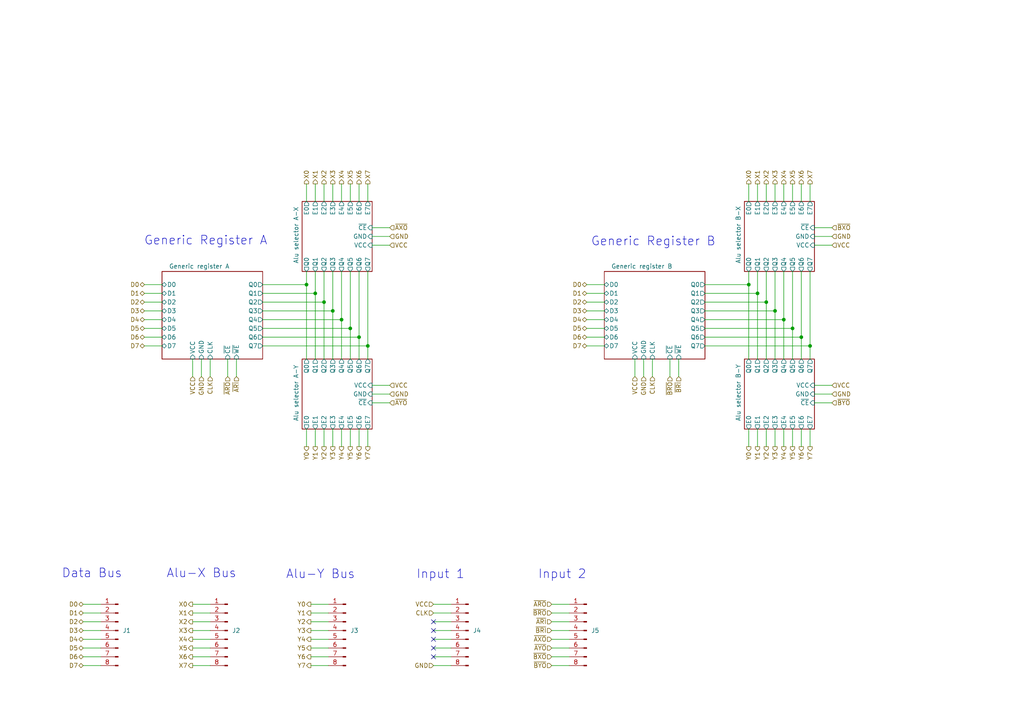
<source format=kicad_sch>
(kicad_sch (version 20250114) (generator "eeschema") (generator_version "9.0")
  (paper "A4")
  (title_block (title "Generic Registers") (date "2025-11-22") (rev "1.1") (company "Marco Vettigli"))
  (lib_symbols
    (symbol "Connector:Conn_01x08_Pin" (pin_names (offset 1.016) (hide yes))
      (property "Reference" "J" (at 0 10.16 0))
      (property "Value" "Conn_01x08_Pin" (at 0 -12.7 0))
      (symbol "Conn_01x08_Pin_1_1"
        (rectangle (start 0.8636 7.747) (end 0 7.493) (stroke (width 0.1524)) (fill (type outline)))
        (rectangle (start 0.8636 5.207) (end 0 4.953) (stroke (width 0.1524)) (fill (type outline)))
        (rectangle (start 0.8636 2.667) (end 0 2.413) (stroke (width 0.1524)) (fill (type outline)))
        (rectangle (start 0.8636 0.127) (end 0 -0.127) (stroke (width 0.1524)) (fill (type outline)))
        (rectangle (start 0.8636 -2.413) (end 0 -2.667) (stroke (width 0.1524)) (fill (type outline)))
        (rectangle (start 0.8636 -4.953) (end 0 -5.207) (stroke (width 0.1524)) (fill (type outline)))
        (rectangle (start 0.8636 -7.493) (end 0 -7.747) (stroke (width 0.1524)) (fill (type outline)))
        (rectangle (start 0.8636 -10.033) (end 0 -10.287) (stroke (width 0.1524)) (fill (type outline)))
        (polyline (pts (xy 1.27 7.62) (xy 0.8636 7.62)) (stroke (width 0.1524)))
        (polyline (pts (xy 1.27 5.08) (xy 0.8636 5.08)) (stroke (width 0.1524)))
        (polyline (pts (xy 1.27 2.54) (xy 0.8636 2.54)) (stroke (width 0.1524)))
        (polyline (pts (xy 1.27 0) (xy 0.8636 0)) (stroke (width 0.1524)))
        (polyline (pts (xy 1.27 -2.54) (xy 0.8636 -2.54)) (stroke (width 0.1524)))
        (polyline (pts (xy 1.27 -5.08) (xy 0.8636 -5.08)) (stroke (width 0.1524)))
        (polyline (pts (xy 1.27 -7.62) (xy 0.8636 -7.62)) (stroke (width 0.1524)))
        (polyline (pts (xy 1.27 -10.16) (xy 0.8636 -10.16)) (stroke (width 0.1524)))
        (pin passive line (at 5.08 7.62 180) (length 3.81) (name "Pin_1") (number "1"))
        (pin passive line (at 5.08 5.08 180) (length 3.81) (name "Pin_2") (number "2"))
        (pin passive line (at 5.08 2.54 180) (length 3.81) (name "Pin_3") (number "3"))
        (pin passive line (at 5.08 0 180) (length 3.81) (name "Pin_4") (number "4"))
        (pin passive line (at 5.08 -2.54 180) (length 3.81) (name "Pin_5") (number "5"))
        (pin passive line (at 5.08 -5.08 180) (length 3.81) (name "Pin_6") (number "6"))
        (pin passive line (at 5.08 -7.62 180) (length 3.81) (name "Pin_7") (number "7"))
        (pin passive line (at 5.08 -10.16 180) (length 3.81) (name "Pin_8") (number "8"))
      )
    )
  )
  (text "Generic Register A" (at 59.69 69.85 0) (effects (font (size 2.54 2.54))))
  (text "Input 2" (at 163.068 166.624 0) (effects (font (size 2.54 2.54))))
  (text "Alu-X Bus" (at 58.42 166.37 0) (effects (font (size 2.54 2.54))))
  (text "Alu-Y Bus" (at 92.964 166.624 0) (effects (font (size 2.54 2.54))))
  (text "Input 1" (at 127.762 166.624 0) (effects (font (size 2.54 2.54))))
  (text "Data Bus" (at 26.67 166.37 0) (effects (font (size 2.54 2.54))))
  (text "Generic Register B" (at 189.484 70.104 0) (effects (font (size 2.54 2.54))))
  (junction (at 93.98 87.63))
  (junction (at 96.52 90.17))
  (junction (at 222.25 87.63))
  (junction (at 232.41 97.79))
  (junction (at 101.6 95.25))
  (junction (at 106.68 100.33))
  (junction (at 224.79 90.17))
  (junction (at 217.17 82.55))
  (junction (at 219.71 85.09))
  (junction (at 227.33 92.71))
  (junction (at 91.44 85.09))
  (junction (at 104.14 97.79))
  (junction (at 99.06 92.71))
  (junction (at 229.87 95.25))
  (junction (at 234.95 100.33))
  (junction (at 88.9 82.55))
  (no_connect (at 125.73 187.96))
  (no_connect (at 125.73 182.88))
  (no_connect (at 125.73 190.5))
  (no_connect (at 125.73 185.42))
  (no_connect (at 125.73 180.34))
  (wire (pts (xy 96.52 78.74) (xy 96.52 90.17)))
  (wire (pts (xy 204.47 82.55) (xy 217.17 82.55)))
  (wire (pts (xy 160.02 182.88) (xy 165.1 182.88)))
  (wire (pts (xy 60.96 187.96) (xy 55.88 187.96)))
  (wire (pts (xy 29.21 190.5) (xy 24.13 190.5)))
  (wire (pts (xy 125.73 182.88) (xy 130.81 182.88)))
  (wire (pts (xy 125.73 177.8) (xy 130.81 177.8)))
  (wire (pts (xy 60.96 185.42) (xy 55.88 185.42)))
  (wire (pts (xy 222.25 87.63) (xy 222.25 104.14)))
  (wire (pts (xy 217.17 82.55) (xy 217.17 104.14)))
  (wire (pts (xy 224.79 90.17) (xy 224.79 104.14)))
  (wire (pts (xy 96.52 129.54) (xy 96.52 124.46)))
  (wire (pts (xy 104.14 97.79) (xy 104.14 104.14)))
  (wire (pts (xy 76.2 100.33) (xy 106.68 100.33)))
  (wire (pts (xy 229.87 53.34) (xy 229.87 58.42)))
  (wire (pts (xy 227.33 92.71) (xy 227.33 104.14)))
  (wire (pts (xy 95.25 193.04) (xy 90.17 193.04)))
  (wire (pts (xy 88.9 78.74) (xy 88.9 82.55)))
  (wire (pts (xy 60.96 177.8) (xy 55.88 177.8)))
  (wire (pts (xy 196.85 104.14) (xy 196.85 109.22)))
  (wire (pts (xy 101.6 129.54) (xy 101.6 124.46)))
  (wire (pts (xy 236.22 116.84) (xy 241.3 116.84)))
  (wire (pts (xy 93.98 78.74) (xy 93.98 87.63)))
  (wire (pts (xy 76.2 95.25) (xy 101.6 95.25)))
  (wire (pts (xy 60.96 190.5) (xy 55.88 190.5)))
  (wire (pts (xy 236.22 66.04) (xy 241.3 66.04)))
  (wire (pts (xy 107.95 114.3) (xy 113.03 114.3)))
  (wire (pts (xy 29.21 182.88) (xy 24.13 182.88)))
  (wire (pts (xy 101.6 53.34) (xy 101.6 58.42)))
  (wire (pts (xy 175.26 85.09) (xy 170.18 85.09)))
  (wire (pts (xy 46.99 97.79) (xy 41.91 97.79)))
  (wire (pts (xy 175.26 82.55) (xy 170.18 82.55)))
  (wire (pts (xy 88.9 53.34) (xy 88.9 58.42)))
  (wire (pts (xy 236.22 71.12) (xy 241.3 71.12)))
  (wire (pts (xy 29.21 180.34) (xy 24.13 180.34)))
  (wire (pts (xy 88.9 129.54) (xy 88.9 124.46)))
  (wire (pts (xy 95.25 190.5) (xy 90.17 190.5)))
  (wire (pts (xy 29.21 185.42) (xy 24.13 185.42)))
  (wire (pts (xy 60.96 175.26) (xy 55.88 175.26)))
  (wire (pts (xy 60.96 180.34) (xy 55.88 180.34)))
  (wire (pts (xy 217.17 78.74) (xy 217.17 82.55)))
  (wire (pts (xy 104.14 78.74) (xy 104.14 97.79)))
  (wire (pts (xy 175.26 87.63) (xy 170.18 87.63)))
  (wire (pts (xy 125.73 193.04) (xy 130.81 193.04)))
  (wire (pts (xy 189.23 104.14) (xy 189.23 109.22)))
  (wire (pts (xy 125.73 180.34) (xy 130.81 180.34)))
  (wire (pts (xy 76.2 97.79) (xy 104.14 97.79)))
  (wire (pts (xy 160.02 185.42) (xy 165.1 185.42)))
  (wire (pts (xy 76.2 85.09) (xy 91.44 85.09)))
  (wire (pts (xy 107.95 116.84) (xy 113.03 116.84)))
  (wire (pts (xy 46.99 92.71) (xy 41.91 92.71)))
  (wire (pts (xy 229.87 78.74) (xy 229.87 95.25)))
  (wire (pts (xy 160.02 187.96) (xy 165.1 187.96)))
  (wire (pts (xy 76.2 90.17) (xy 96.52 90.17)))
  (wire (pts (xy 160.02 190.5) (xy 165.1 190.5)))
  (wire (pts (xy 219.71 85.09) (xy 219.71 104.14)))
  (wire (pts (xy 96.52 53.34) (xy 96.52 58.42)))
  (wire (pts (xy 160.02 180.34) (xy 165.1 180.34)))
  (wire (pts (xy 222.25 129.54) (xy 222.25 124.46)))
  (wire (pts (xy 66.04 104.14) (xy 66.04 109.22)))
  (wire (pts (xy 104.14 53.34) (xy 104.14 58.42)))
  (wire (pts (xy 232.41 78.74) (xy 232.41 97.79)))
  (wire (pts (xy 229.87 95.25) (xy 229.87 104.14)))
  (wire (pts (xy 106.68 100.33) (xy 106.68 104.14)))
  (wire (pts (xy 99.06 78.74) (xy 99.06 92.71)))
  (wire (pts (xy 236.22 68.58) (xy 241.3 68.58)))
  (wire (pts (xy 76.2 92.71) (xy 99.06 92.71)))
  (wire (pts (xy 88.9 82.55) (xy 88.9 104.14)))
  (wire (pts (xy 222.25 53.34) (xy 222.25 58.42)))
  (wire (pts (xy 46.99 90.17) (xy 41.91 90.17)))
  (wire (pts (xy 106.68 78.74) (xy 106.68 100.33)))
  (wire (pts (xy 93.98 87.63) (xy 93.98 104.14)))
  (wire (pts (xy 101.6 95.25) (xy 101.6 104.14)))
  (wire (pts (xy 232.41 53.34) (xy 232.41 58.42)))
  (wire (pts (xy 204.47 92.71) (xy 227.33 92.71)))
  (wire (pts (xy 224.79 129.54) (xy 224.79 124.46)))
  (wire (pts (xy 236.22 114.3) (xy 241.3 114.3)))
  (wire (pts (xy 217.17 53.34) (xy 217.17 58.42)))
  (wire (pts (xy 76.2 87.63) (xy 93.98 87.63)))
  (wire (pts (xy 60.96 104.14) (xy 60.96 109.22)))
  (wire (pts (xy 46.99 100.33) (xy 41.91 100.33)))
  (wire (pts (xy 91.44 78.74) (xy 91.44 85.09)))
  (wire (pts (xy 55.88 104.14) (xy 55.88 109.22)))
  (wire (pts (xy 60.96 193.04) (xy 55.88 193.04)))
  (wire (pts (xy 29.21 175.26) (xy 24.13 175.26)))
  (wire (pts (xy 46.99 85.09) (xy 41.91 85.09)))
  (wire (pts (xy 68.58 104.14) (xy 68.58 109.22)))
  (wire (pts (xy 125.73 190.5) (xy 130.81 190.5)))
  (wire (pts (xy 106.68 129.54) (xy 106.68 124.46)))
  (wire (pts (xy 204.47 97.79) (xy 232.41 97.79)))
  (wire (pts (xy 95.25 187.96) (xy 90.17 187.96)))
  (wire (pts (xy 29.21 187.96) (xy 24.13 187.96)))
  (wire (pts (xy 232.41 129.54) (xy 232.41 124.46)))
  (wire (pts (xy 224.79 78.74) (xy 224.79 90.17)))
  (wire (pts (xy 175.26 92.71) (xy 170.18 92.71)))
  (wire (pts (xy 91.44 129.54) (xy 91.44 124.46)))
  (wire (pts (xy 204.47 95.25) (xy 229.87 95.25)))
  (wire (pts (xy 99.06 129.54) (xy 99.06 124.46)))
  (wire (pts (xy 107.95 71.12) (xy 113.03 71.12)))
  (wire (pts (xy 217.17 129.54) (xy 217.17 124.46)))
  (wire (pts (xy 204.47 87.63) (xy 222.25 87.63)))
  (wire (pts (xy 93.98 53.34) (xy 93.98 58.42)))
  (wire (pts (xy 106.68 53.34) (xy 106.68 58.42)))
  (wire (pts (xy 194.31 104.14) (xy 194.31 109.22)))
  (wire (pts (xy 99.06 92.71) (xy 99.06 104.14)))
  (wire (pts (xy 227.33 78.74) (xy 227.33 92.71)))
  (wire (pts (xy 125.73 175.26) (xy 130.81 175.26)))
  (wire (pts (xy 95.25 177.8) (xy 90.17 177.8)))
  (wire (pts (xy 219.71 53.34) (xy 219.71 58.42)))
  (wire (pts (xy 107.95 68.58) (xy 113.03 68.58)))
  (wire (pts (xy 234.95 129.54) (xy 234.95 124.46)))
  (wire (pts (xy 160.02 175.26) (xy 165.1 175.26)))
  (wire (pts (xy 96.52 90.17) (xy 96.52 104.14)))
  (wire (pts (xy 227.33 53.34) (xy 227.33 58.42)))
  (wire (pts (xy 175.26 95.25) (xy 170.18 95.25)))
  (wire (pts (xy 107.95 66.04) (xy 113.03 66.04)))
  (wire (pts (xy 29.21 193.04) (xy 24.13 193.04)))
  (wire (pts (xy 95.25 180.34) (xy 90.17 180.34)))
  (wire (pts (xy 175.26 90.17) (xy 170.18 90.17)))
  (wire (pts (xy 107.95 111.76) (xy 113.03 111.76)))
  (wire (pts (xy 219.71 129.54) (xy 219.71 124.46)))
  (wire (pts (xy 76.2 82.55) (xy 88.9 82.55)))
  (wire (pts (xy 222.25 78.74) (xy 222.25 87.63)))
  (wire (pts (xy 104.14 129.54) (xy 104.14 124.46)))
  (wire (pts (xy 227.33 129.54) (xy 227.33 124.46)))
  (wire (pts (xy 175.26 97.79) (xy 170.18 97.79)))
  (wire (pts (xy 234.95 53.34) (xy 234.95 58.42)))
  (wire (pts (xy 186.69 104.14) (xy 186.69 109.22)))
  (wire (pts (xy 91.44 85.09) (xy 91.44 104.14)))
  (wire (pts (xy 234.95 78.74) (xy 234.95 100.33)))
  (wire (pts (xy 175.26 100.33) (xy 170.18 100.33)))
  (wire (pts (xy 204.47 100.33) (xy 234.95 100.33)))
  (wire (pts (xy 91.44 53.34) (xy 91.44 58.42)))
  (wire (pts (xy 95.25 185.42) (xy 90.17 185.42)))
  (wire (pts (xy 125.73 187.96) (xy 130.81 187.96)))
  (wire (pts (xy 204.47 85.09) (xy 219.71 85.09)))
  (wire (pts (xy 160.02 177.8) (xy 165.1 177.8)))
  (wire (pts (xy 46.99 82.55) (xy 41.91 82.55)))
  (wire (pts (xy 46.99 95.25) (xy 41.91 95.25)))
  (wire (pts (xy 95.25 182.88) (xy 90.17 182.88)))
  (wire (pts (xy 204.47 90.17) (xy 224.79 90.17)))
  (wire (pts (xy 60.96 182.88) (xy 55.88 182.88)))
  (wire (pts (xy 229.87 129.54) (xy 229.87 124.46)))
  (wire (pts (xy 95.25 175.26) (xy 90.17 175.26)))
  (wire (pts (xy 224.79 53.34) (xy 224.79 58.42)))
  (wire (pts (xy 58.42 104.14) (xy 58.42 109.22)))
  (wire (pts (xy 99.06 53.34) (xy 99.06 58.42)))
  (wire (pts (xy 236.22 111.76) (xy 241.3 111.76)))
  (wire (pts (xy 234.95 100.33) (xy 234.95 104.14)))
  (wire (pts (xy 93.98 129.54) (xy 93.98 124.46)))
  (wire (pts (xy 232.41 97.79) (xy 232.41 104.14)))
  (wire (pts (xy 219.71 78.74) (xy 219.71 85.09)))
  (wire (pts (xy 101.6 78.74) (xy 101.6 95.25)))
  (wire (pts (xy 160.02 193.04) (xy 165.1 193.04)))
  (wire (pts (xy 184.15 104.14) (xy 184.15 109.22)))
  (wire (pts (xy 46.99 87.63) (xy 41.91 87.63)))
  (wire (pts (xy 29.21 177.8) (xy 24.13 177.8)))
  (wire (pts (xy 125.73 185.42) (xy 130.81 185.42)))
  (hierarchical_label "Y1" (shape output) (at 91.44 129.54 270))
  (hierarchical_label "VCC" (shape input) (at 113.03 71.12 0))
  (hierarchical_label "GND" (shape input) (at 113.03 114.3 0))
  (hierarchical_label "VCC" (shape input) (at 241.3 111.76 0))
  (hierarchical_label "GND" (shape input) (at 113.03 68.58 0))
  (hierarchical_label "VCC" (shape input) (at 113.03 111.76 0))
  (hierarchical_label "D7" (shape tri_state) (at 170.18 100.33 180))
  (hierarchical_label "X6" (shape output) (at 104.14 53.34 90))
  (hierarchical_label "Y7" (shape output) (at 90.17 193.04 180))
  (hierarchical_label "D4" (shape tri_state) (at 24.13 185.42 180))
  (hierarchical_label "D6" (shape tri_state) (at 41.91 97.79 180))
  (hierarchical_label "GND" (shape input) (at 186.69 109.22 270))
  (hierarchical_label "VCC" (shape input) (at 184.15 109.22 270))
  (hierarchical_label "VCC" (shape input) (at 241.3 71.12 0))
  (hierarchical_label "Y3" (shape output) (at 90.17 182.88 180))
  (hierarchical_label "~{BRO}" (shape input) (at 194.31 109.22 270))
  (hierarchical_label "~{AXO}" (shape input) (at 113.03 66.04 0))
  (hierarchical_label "Y7" (shape output) (at 234.95 129.54 270))
  (hierarchical_label "Y4" (shape output) (at 227.33 129.54 270))
  (hierarchical_label "D3" (shape tri_state) (at 24.13 182.88 180))
  (hierarchical_label "D7" (shape tri_state) (at 41.91 100.33 180))
  (hierarchical_label "CLK" (shape input) (at 125.73 177.8 180))
  (hierarchical_label "GND" (shape input) (at 125.73 193.04 180))
  (hierarchical_label "D6" (shape tri_state) (at 24.13 190.5 180))
  (hierarchical_label "Y2" (shape output) (at 222.25 129.54 270))
  (hierarchical_label "X4" (shape output) (at 227.33 53.34 90))
  (hierarchical_label "D6" (shape tri_state) (at 170.18 97.79 180))
  (hierarchical_label "Y0" (shape output) (at 88.9 129.54 270))
  (hierarchical_label "Y4" (shape output) (at 99.06 129.54 270))
  (hierarchical_label "X4" (shape output) (at 55.88 185.42 180))
  (hierarchical_label "Y0" (shape output) (at 90.17 175.26 180))
  (hierarchical_label "D1" (shape tri_state) (at 41.91 85.09 180))
  (hierarchical_label "D5" (shape tri_state) (at 41.91 95.25 180))
  (hierarchical_label "D3" (shape tri_state) (at 41.91 90.17 180))
  (hierarchical_label "~{ARO}" (shape input) (at 160.02 175.26 180))
  (hierarchical_label "X2" (shape output) (at 93.98 53.34 90))
  (hierarchical_label "~{BRO}" (shape input) (at 160.02 177.8 180))
  (hierarchical_label "VCC" (shape input) (at 55.88 109.22 270))
  (hierarchical_label "Y1" (shape output) (at 90.17 177.8 180))
  (hierarchical_label "~{BYO}" (shape input) (at 160.02 193.04 180))
  (hierarchical_label "X5" (shape output) (at 55.88 187.96 180))
  (hierarchical_label "X5" (shape output) (at 101.6 53.34 90))
  (hierarchical_label "~{ARO}" (shape input) (at 66.04 109.22 270))
  (hierarchical_label "X0" (shape output) (at 88.9 53.34 90))
  (hierarchical_label "X0" (shape output) (at 55.88 175.26 180))
  (hierarchical_label "~{ARI}" (shape input) (at 68.58 109.22 270))
  (hierarchical_label "Y6" (shape output) (at 232.41 129.54 270))
  (hierarchical_label "Y5" (shape output) (at 90.17 187.96 180))
  (hierarchical_label "GND" (shape input) (at 241.3 114.3 0))
  (hierarchical_label "D2" (shape tri_state) (at 41.91 87.63 180))
  (hierarchical_label "D5" (shape tri_state) (at 170.18 95.25 180))
  (hierarchical_label "D4" (shape tri_state) (at 41.91 92.71 180))
  (hierarchical_label "D5" (shape tri_state) (at 24.13 187.96 180))
  (hierarchical_label "X3" (shape output) (at 55.88 182.88 180))
  (hierarchical_label "D1" (shape tri_state) (at 24.13 177.8 180))
  (hierarchical_label "D3" (shape tri_state) (at 170.18 90.17 180))
  (hierarchical_label "D0" (shape tri_state) (at 24.13 175.26 180))
  (hierarchical_label "X1" (shape output) (at 91.44 53.34 90))
  (hierarchical_label "X7" (shape output) (at 55.88 193.04 180))
  (hierarchical_label "X2" (shape output) (at 222.25 53.34 90))
  (hierarchical_label "D0" (shape tri_state) (at 41.91 82.55 180))
  (hierarchical_label "CLK" (shape input) (at 189.23 109.22 270))
  (hierarchical_label "X1" (shape output) (at 219.71 53.34 90))
  (hierarchical_label "~{AYO}" (shape input) (at 113.03 116.84 0))
  (hierarchical_label "D2" (shape tri_state) (at 24.13 180.34 180))
  (hierarchical_label "D2" (shape tri_state) (at 170.18 87.63 180))
  (hierarchical_label "X0" (shape output) (at 217.17 53.34 90))
  (hierarchical_label "Y7" (shape output) (at 106.68 129.54 270))
  (hierarchical_label "VCC" (shape input) (at 125.73 175.26 180))
  (hierarchical_label "~{AYO}" (shape input) (at 160.02 187.96 180))
  (hierarchical_label "Y5" (shape output) (at 101.6 129.54 270))
  (hierarchical_label "X6" (shape output) (at 55.88 190.5 180))
  (hierarchical_label "~{ARI}" (shape input) (at 160.02 180.34 180))
  (hierarchical_label "Y6" (shape output) (at 90.17 190.5 180))
  (hierarchical_label "Y3" (shape output) (at 224.79 129.54 270))
  (hierarchical_label "Y0" (shape output) (at 217.17 129.54 270))
  (hierarchical_label "D4" (shape tri_state) (at 170.18 92.71 180))
  (hierarchical_label "~{BYO}" (shape input) (at 241.3 116.84 0))
  (hierarchical_label "X3" (shape output) (at 96.52 53.34 90))
  (hierarchical_label "GND" (shape input) (at 241.3 68.58 0))
  (hierarchical_label "GND" (shape input) (at 58.42 109.22 270))
  (hierarchical_label "X7" (shape output) (at 106.68 53.34 90))
  (hierarchical_label "~{BRI}" (shape input) (at 196.85 109.22 270))
  (hierarchical_label "X7" (shape output) (at 234.95 53.34 90))
  (hierarchical_label "Y4" (shape output) (at 90.17 185.42 180))
  (hierarchical_label "Y2" (shape output) (at 90.17 180.34 180))
  (hierarchical_label "X1" (shape output) (at 55.88 177.8 180))
  (hierarchical_label "D0" (shape tri_state) (at 170.18 82.55 180))
  (hierarchical_label "D1" (shape tri_state) (at 170.18 85.09 180))
  (hierarchical_label "X4" (shape output) (at 99.06 53.34 90))
  (hierarchical_label "X2" (shape output) (at 55.88 180.34 180))
  (hierarchical_label "Y5" (shape output) (at 229.87 129.54 270))
  (hierarchical_label "Y3" (shape output) (at 96.52 129.54 270))
  (hierarchical_label "Y6" (shape output) (at 104.14 129.54 270))
  (hierarchical_label "CLK" (shape input) (at 60.96 109.22 270))
  (hierarchical_label "~{BRI}" (shape input) (at 160.02 182.88 180))
  (hierarchical_label "Y2" (shape output) (at 93.98 129.54 270))
  (hierarchical_label "Y1" (shape output) (at 219.71 129.54 270))
  (hierarchical_label "X3" (shape output) (at 224.79 53.34 90))
  (hierarchical_label "~{BXO}" (shape input) (at 160.02 190.5 180))
  (hierarchical_label "~{BXO}" (shape input) (at 241.3 66.04 0))
  (hierarchical_label "X6" (shape output) (at 232.41 53.34 90))
  (hierarchical_label "~{AXO}" (shape input) (at 160.02 185.42 180))
  (hierarchical_label "D7" (shape tri_state) (at 24.13 193.04 180))
  (hierarchical_label "X5" (shape output) (at 229.87 53.34 90))
  (symbol (lib_id "Connector:Conn_01x08_Pin") (at 34.29 182.88 0) (mirror y) (unit 1)
    (property "Reference" "J1" (at 35.56 182.8799 0) (effects (justify right)))
    (property "Value" "Data Bus" (effects (hide yes)))
    (property "Footprint" "Custom:PinHeader_1x08_P2.54mm_Horizontal" (effects (hide yes)))
    (property "Description" "Generic connector, single row, 01x08, script generated" (effects (hide yes)))
  )
  (symbol (lib_id "Connector:Conn_01x08_Pin") (at 170.18 182.88 0) (mirror y) (unit 1)
    (property "Reference" "J5" (at 171.45 182.8799 0) (effects (justify right)))
    (property "Value" "Input 2" (effects (hide yes)))
    (property "Footprint" "Custom:PinHeader_1x08_P2.54mm_Horizontal" (effects (hide yes)))
    (property "Description" "Generic connector, single row, 01x08, script generated" (effects (hide yes)))
  )
  (symbol (lib_id "Connector:Conn_01x08_Pin") (at 135.89 182.88 0) (mirror y) (unit 1)
    (property "Reference" "J4" (at 137.16 182.8799 0) (effects (justify right)))
    (property "Value" "Input 1" (effects (hide yes)))
    (property "Footprint" "Custom:PinHeader_1x08_P2.54mm_Horizontal" (effects (hide yes)))
    (property "Description" "Generic connector, single row, 01x08, script generated" (effects (hide yes)))
  )
  (symbol (lib_id "Connector:Conn_01x08_Pin") (at 100.33 182.88 0) (mirror y) (unit 1)
    (property "Reference" "J3" (at 101.6 182.8799 0) (effects (justify right)))
    (property "Value" "Alu-Y Bus" (effects (hide yes)))
    (property "Footprint" "Custom:PinHeader_1x08_P2.54mm_Horizontal" (effects (hide yes)))
    (property "Description" "Generic connector, single row, 01x08, script generated" (effects (hide yes)))
  )
  (symbol (lib_id "Connector:Conn_01x08_Pin") (at 66.04 182.88 0) (mirror y) (unit 1)
    (property "Reference" "J2" (at 67.31 182.8799 0) (effects (justify right)))
    (property "Value" "Alu-X Bus" (effects (hide yes)))
    (property "Footprint" "Custom:PinHeader_1x08_P2.54mm_Horizontal" (effects (hide yes)))
    (property "Description" "Generic connector, single row, 01x08, script generated" (effects (hide yes)))
  )
  (sheet (at 87.63 104.14) (size 20.32 20.32) (stroke (width 0.1524))
    (property "Sheetname" "Alu selector A-Y" (at 86.614 122.174 90) (effects (justify left bottom)))
    (property "Sheetfile" "alu_selector.kicad_sch" (effects (hide yes)))
    (pin "E5" output (at 101.6 124.46 270))
    (pin "E2" output (at 93.98 124.46 270))
    (pin "E1" output (at 91.44 124.46 270))
    (pin "E4" output (at 99.06 124.46 270))
    (pin "E0" output (at 88.9 124.46 270))
    (pin "E3" output (at 96.52 124.46 270))
    (pin "E7" output (at 106.68 124.46 270))
    (pin "E6" output (at 104.14 124.46 270))
    (pin "Q6" output (at 104.14 104.14 90))
    (pin "Q1" output (at 91.44 104.14 90))
    (pin "Q0" output (at 88.9 104.14 90))
    (pin "Q7" output (at 106.68 104.14 90))
    (pin "Q4" output (at 99.06 104.14 90))
    (pin "Q2" output (at 93.98 104.14 90))
    (pin "Q5" output (at 101.6 104.14 90))
    (pin "Q3" output (at 96.52 104.14 90))
    (pin "~{CE}" input (at 107.95 116.84 0))
    (pin "VCC" input (at 107.95 111.76 0))
    (pin "GND" input (at 107.95 114.3 0))
  )
  (sheet (at 215.9 58.42) (size 20.32 20.32) (stroke (width 0.1524))
    (property "Sheetname" "Alu selector B-X" (at 214.884 76.454 90) (effects (justify left bottom)))
    (property "Sheetfile" "alu_selector.kicad_sch" (effects (hide yes)))
    (pin "E5" output (at 229.87 58.42 90))
    (pin "E2" output (at 222.25 58.42 90))
    (pin "E1" output (at 219.71 58.42 90))
    (pin "E4" output (at 227.33 58.42 90))
    (pin "E0" output (at 217.17 58.42 90))
    (pin "E3" output (at 224.79 58.42 90))
    (pin "E7" output (at 234.95 58.42 90))
    (pin "E6" output (at 232.41 58.42 90))
    (pin "Q6" output (at 232.41 78.74 270))
    (pin "Q1" output (at 219.71 78.74 270))
    (pin "Q0" output (at 217.17 78.74 270))
    (pin "Q7" output (at 234.95 78.74 270))
    (pin "Q4" output (at 227.33 78.74 270))
    (pin "Q2" output (at 222.25 78.74 270))
    (pin "Q5" output (at 229.87 78.74 270))
    (pin "Q3" output (at 224.79 78.74 270))
    (pin "~{CE}" input (at 236.22 66.04 0))
    (pin "VCC" input (at 236.22 71.12 0))
    (pin "GND" input (at 236.22 68.58 0))
  )
  (sheet (at 215.9 104.14) (size 20.32 20.32) (stroke (width 0.1524))
    (property "Sheetname" "Alu selector B-Y" (at 214.884 122.174 90) (effects (justify left bottom)))
    (property "Sheetfile" "alu_selector.kicad_sch" (effects (hide yes)))
    (pin "E5" output (at 229.87 124.46 270))
    (pin "E2" output (at 222.25 124.46 270))
    (pin "E1" output (at 219.71 124.46 270))
    (pin "E4" output (at 227.33 124.46 270))
    (pin "E0" output (at 217.17 124.46 270))
    (pin "E3" output (at 224.79 124.46 270))
    (pin "E7" output (at 234.95 124.46 270))
    (pin "E6" output (at 232.41 124.46 270))
    (pin "Q6" output (at 232.41 104.14 90))
    (pin "Q1" output (at 219.71 104.14 90))
    (pin "Q0" output (at 217.17 104.14 90))
    (pin "Q7" output (at 234.95 104.14 90))
    (pin "Q4" output (at 227.33 104.14 90))
    (pin "Q2" output (at 222.25 104.14 90))
    (pin "Q5" output (at 229.87 104.14 90))
    (pin "Q3" output (at 224.79 104.14 90))
    (pin "~{CE}" input (at 236.22 116.84 0))
    (pin "VCC" input (at 236.22 111.76 0))
    (pin "GND" input (at 236.22 114.3 0))
  )
  (sheet (at 46.99 78.74) (size 29.21 25.4) (stroke (width 0.1524))
    (property "Sheetname" "Generic register A" (at 49.022 77.978 0) (effects (justify left bottom)))
    (property "Sheetfile" "generic_register.kicad_sch" (effects (hide yes)))
    (pin "D1" tri_state (at 46.99 85.09 180))
    (pin "D3" tri_state (at 46.99 90.17 180))
    (pin "~{CE}" input (at 66.04 104.14 270))
    (pin "CLK" input (at 60.96 104.14 270))
    (pin "GND" input (at 58.42 104.14 270))
    (pin "Q7" output (at 76.2 100.33 0))
    (pin "VCC" input (at 55.88 104.14 270))
    (pin "D5" tri_state (at 46.99 95.25 180))
    (pin "Q6" output (at 76.2 97.79 0))
    (pin "~{WE}" input (at 68.58 104.14 270))
    (pin "Q2" output (at 76.2 87.63 0))
    (pin "D7" tri_state (at 46.99 100.33 180))
    (pin "Q5" output (at 76.2 95.25 0))
    (pin "D0" tri_state (at 46.99 82.55 180))
    (pin "Q0" output (at 76.2 82.55 0))
    (pin "Q1" output (at 76.2 85.09 0))
    (pin "D6" tri_state (at 46.99 97.79 180))
    (pin "Q3" output (at 76.2 90.17 0))
    (pin "Q4" output (at 76.2 92.71 0))
    (pin "D2" tri_state (at 46.99 87.63 180))
    (pin "D4" tri_state (at 46.99 92.71 180))
  )
  (sheet (at 87.63 58.42) (size 20.32 20.32) (stroke (width 0.1524))
    (property "Sheetname" "Alu selector A-X" (at 86.614 76.454 90) (effects (justify left bottom)))
    (property "Sheetfile" "alu_selector.kicad_sch" (effects (hide yes)))
    (pin "E5" output (at 101.6 58.42 90))
    (pin "E2" output (at 93.98 58.42 90))
    (pin "E1" output (at 91.44 58.42 90))
    (pin "E4" output (at 99.06 58.42 90))
    (pin "E0" output (at 88.9 58.42 90))
    (pin "E3" output (at 96.52 58.42 90))
    (pin "E7" output (at 106.68 58.42 90))
    (pin "E6" output (at 104.14 58.42 90))
    (pin "Q6" output (at 104.14 78.74 270))
    (pin "Q1" output (at 91.44 78.74 270))
    (pin "Q0" output (at 88.9 78.74 270))
    (pin "Q7" output (at 106.68 78.74 270))
    (pin "Q4" output (at 99.06 78.74 270))
    (pin "Q2" output (at 93.98 78.74 270))
    (pin "Q5" output (at 101.6 78.74 270))
    (pin "Q3" output (at 96.52 78.74 270))
    (pin "~{CE}" input (at 107.95 66.04 0))
    (pin "VCC" input (at 107.95 71.12 0))
    (pin "GND" input (at 107.95 68.58 0))
  )
  (sheet (at 175.26 78.74) (size 29.21 25.4) (stroke (width 0.1524))
    (property "Sheetname" "Generic register B" (at 177.292 77.978 0) (effects (justify left bottom)))
    (property "Sheetfile" "generic_register.kicad_sch" (effects (hide yes)))
    (pin "D1" tri_state (at 175.26 85.09 180))
    (pin "D3" tri_state (at 175.26 90.17 180))
    (pin "~{CE}" input (at 194.31 104.14 270))
    (pin "CLK" input (at 189.23 104.14 270))
    (pin "GND" input (at 186.69 104.14 270))
    (pin "Q7" output (at 204.47 100.33 0))
    (pin "VCC" input (at 184.15 104.14 270))
    (pin "D5" tri_state (at 175.26 95.25 180))
    (pin "Q6" output (at 204.47 97.79 0))
    (pin "~{WE}" input (at 196.85 104.14 270))
    (pin "Q2" output (at 204.47 87.63 0))
    (pin "D7" tri_state (at 175.26 100.33 180))
    (pin "Q5" output (at 204.47 95.25 0))
    (pin "D0" tri_state (at 175.26 82.55 180))
    (pin "Q0" output (at 204.47 82.55 0))
    (pin "Q1" output (at 204.47 85.09 0))
    (pin "D6" tri_state (at 175.26 97.79 180))
    (pin "Q3" output (at 204.47 90.17 0))
    (pin "Q4" output (at 204.47 92.71 0))
    (pin "D2" tri_state (at 175.26 87.63 180))
    (pin "D4" tri_state (at 175.26 92.71 180))
  )
)
</source>
